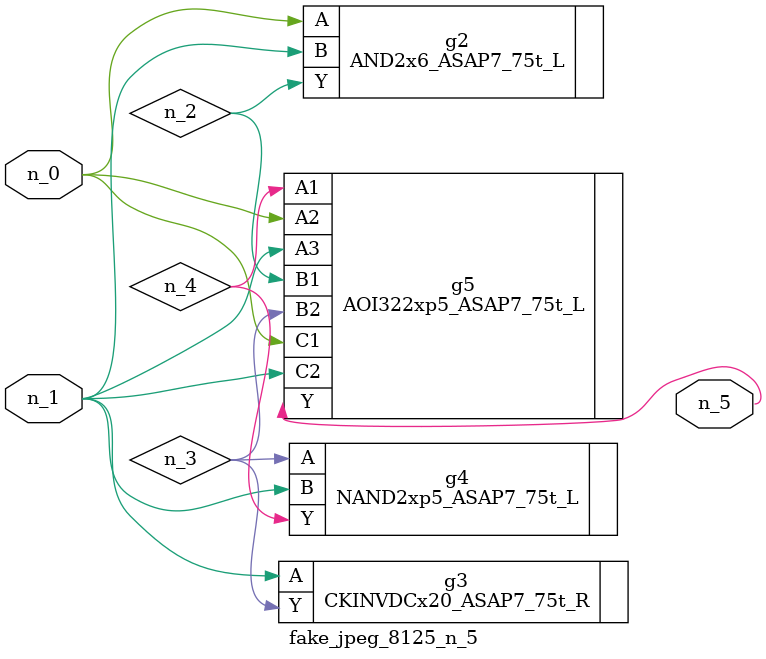
<source format=v>
module fake_jpeg_8125_n_5 (n_0, n_1, n_5);

input n_0;
input n_1;

output n_5;

wire n_2;
wire n_3;
wire n_4;

AND2x6_ASAP7_75t_L g2 ( 
.A(n_0),
.B(n_1),
.Y(n_2)
);

CKINVDCx20_ASAP7_75t_R g3 ( 
.A(n_1),
.Y(n_3)
);

NAND2xp5_ASAP7_75t_L g4 ( 
.A(n_3),
.B(n_1),
.Y(n_4)
);

AOI322xp5_ASAP7_75t_L g5 ( 
.A1(n_4),
.A2(n_0),
.A3(n_1),
.B1(n_2),
.B2(n_3),
.C1(n_0),
.C2(n_1),
.Y(n_5)
);


endmodule
</source>
